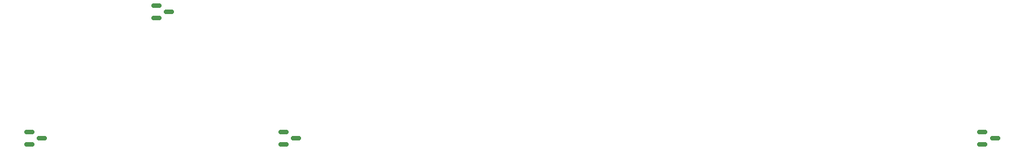
<source format=gbr>
%TF.GenerationSoftware,KiCad,Pcbnew,7.0.9*%
%TF.CreationDate,2024-01-30T16:44:38+01:00*%
%TF.ProjectId,tm-gamepad,746d2d67-616d-4657-9061-642e6b696361,rev?*%
%TF.SameCoordinates,Original*%
%TF.FileFunction,Paste,Top*%
%TF.FilePolarity,Positive*%
%FSLAX46Y46*%
G04 Gerber Fmt 4.6, Leading zero omitted, Abs format (unit mm)*
G04 Created by KiCad (PCBNEW 7.0.9) date 2024-01-30 16:44:38*
%MOMM*%
%LPD*%
G01*
G04 APERTURE LIST*
G04 Aperture macros list*
%AMRoundRect*
0 Rectangle with rounded corners*
0 $1 Rounding radius*
0 $2 $3 $4 $5 $6 $7 $8 $9 X,Y pos of 4 corners*
0 Add a 4 corners polygon primitive as box body*
4,1,4,$2,$3,$4,$5,$6,$7,$8,$9,$2,$3,0*
0 Add four circle primitives for the rounded corners*
1,1,$1+$1,$2,$3*
1,1,$1+$1,$4,$5*
1,1,$1+$1,$6,$7*
1,1,$1+$1,$8,$9*
0 Add four rect primitives between the rounded corners*
20,1,$1+$1,$2,$3,$4,$5,0*
20,1,$1+$1,$4,$5,$6,$7,0*
20,1,$1+$1,$6,$7,$8,$9,0*
20,1,$1+$1,$8,$9,$2,$3,0*%
G04 Aperture macros list end*
%ADD10RoundRect,0.150000X-0.587500X-0.150000X0.587500X-0.150000X0.587500X0.150000X-0.587500X0.150000X0*%
G04 APERTURE END LIST*
D10*
%TO.C,Back_A3*%
X199812500Y-83545000D03*
X197937500Y-84495000D03*
X197937500Y-82595000D03*
%TD*%
%TO.C,Back_A0*%
X75987500Y-64495000D03*
X74112500Y-65445000D03*
X74112500Y-63545000D03*
%TD*%
%TO.C,Back_A1*%
X56937500Y-83545000D03*
X55062500Y-84495000D03*
X55062500Y-82595000D03*
%TD*%
%TO.C,Back_A2*%
X93162500Y-82595000D03*
X93162500Y-84495000D03*
X95037500Y-83545000D03*
%TD*%
M02*

</source>
